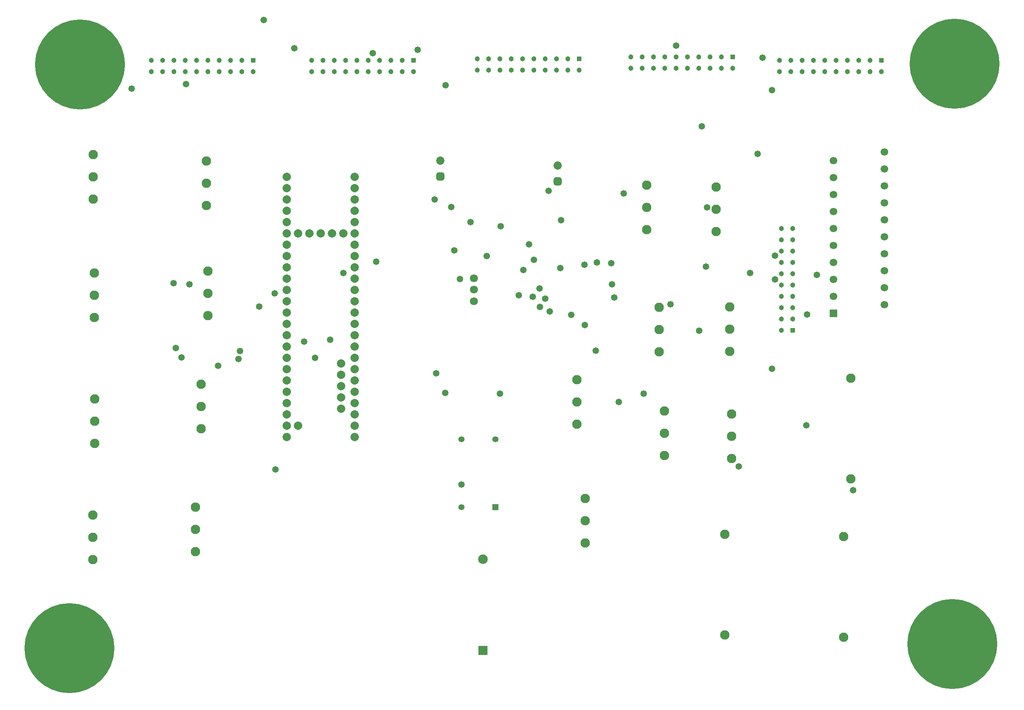
<source format=gbs>
G04*
G04 #@! TF.GenerationSoftware,Altium Limited,Altium Designer,25.8.1 (18)*
G04*
G04 Layer_Color=16711935*
%FSLAX44Y44*%
%MOMM*%
G71*
G04*
G04 #@! TF.SameCoordinates,B6236AAD-9B2A-438F-8993-29755F72C1A3*
G04*
G04*
G04 #@! TF.FilePolarity,Negative*
G04*
G01*
G75*
%ADD27C,1.3612*%
%ADD28R,1.3612X1.3612*%
%ADD29R,1.1350X1.1350*%
%ADD30C,1.1350*%
%ADD31C,1.8682*%
%ADD32C,2.1450*%
%ADD33C,2.1032*%
%ADD34C,1.7000*%
%ADD35C,1.8032*%
G04:AMPARAMS|DCode=36|XSize=1.8532mm|YSize=1.8532mm|CornerRadius=0.5141mm|HoleSize=0mm|Usage=FLASHONLY|Rotation=90.000|XOffset=0mm|YOffset=0mm|HoleType=Round|Shape=RoundedRectangle|*
%AMROUNDEDRECTD36*
21,1,1.8532,0.8250,0,0,90.0*
21,1,0.8250,1.8532,0,0,90.0*
1,1,1.0282,0.4125,0.4125*
1,1,1.0282,0.4125,-0.4125*
1,1,1.0282,-0.4125,-0.4125*
1,1,1.0282,-0.4125,0.4125*
%
%ADD36ROUNDEDRECTD36*%
%ADD37R,1.7000X1.7000*%
%ADD38R,2.1450X2.1450*%
%ADD39C,1.8532*%
%ADD40R,1.1350X1.1350*%
%ADD41C,1.4732*%
%ADD42C,20.2032*%
D27*
X1024890Y450850D02*
D03*
Y603250D02*
D03*
X1101090D02*
D03*
D28*
Y450850D02*
D03*
D29*
X1967230Y1454150D02*
D03*
X916940D02*
D03*
X557530D02*
D03*
X1289050Y1457960D02*
D03*
X1633220Y1461770D02*
D03*
D30*
X1941830Y1454150D02*
D03*
X1916430D02*
D03*
X1891030D02*
D03*
X1865630D02*
D03*
X1840230D02*
D03*
X1814830D02*
D03*
X1738630D02*
D03*
X1967230Y1428750D02*
D03*
X1941830D02*
D03*
X1916430D02*
D03*
X1891030D02*
D03*
X1865630D02*
D03*
X1840230D02*
D03*
X1814830D02*
D03*
X1789430D02*
D03*
X1764030D02*
D03*
X1738630D02*
D03*
X1789430Y1454150D02*
D03*
X1764030D02*
D03*
X688340Y1428750D02*
D03*
X713740D02*
D03*
X739140D02*
D03*
X764540D02*
D03*
X789940D02*
D03*
X815340D02*
D03*
X840740D02*
D03*
X866140D02*
D03*
X891540D02*
D03*
X916940D02*
D03*
X688340Y1454150D02*
D03*
X713740D02*
D03*
X739140D02*
D03*
X764540D02*
D03*
X789940D02*
D03*
X815340D02*
D03*
X840740D02*
D03*
X866140D02*
D03*
X891540D02*
D03*
X328930Y1428750D02*
D03*
X354330D02*
D03*
X379730D02*
D03*
X405130D02*
D03*
X430530D02*
D03*
X455930D02*
D03*
X481330D02*
D03*
X506730D02*
D03*
X532130D02*
D03*
X557530D02*
D03*
X328930Y1454150D02*
D03*
X354330D02*
D03*
X379730D02*
D03*
X405130D02*
D03*
X430530D02*
D03*
X455930D02*
D03*
X481330D02*
D03*
X506730D02*
D03*
X532130D02*
D03*
X1060450Y1432560D02*
D03*
X1085850D02*
D03*
X1111250D02*
D03*
X1136650D02*
D03*
X1162050D02*
D03*
X1187450D02*
D03*
X1212850D02*
D03*
X1238250D02*
D03*
X1263650D02*
D03*
X1289050D02*
D03*
X1060450Y1457960D02*
D03*
X1085850D02*
D03*
X1111250D02*
D03*
X1136650D02*
D03*
X1162050D02*
D03*
X1187450D02*
D03*
X1212850D02*
D03*
X1238250D02*
D03*
X1263650D02*
D03*
X1742440Y1076960D02*
D03*
Y1051560D02*
D03*
Y1026160D02*
D03*
Y1000760D02*
D03*
Y975360D02*
D03*
Y949960D02*
D03*
Y924560D02*
D03*
Y899160D02*
D03*
Y873760D02*
D03*
Y848360D02*
D03*
X1767840Y1076960D02*
D03*
Y1051560D02*
D03*
Y1026160D02*
D03*
Y1000760D02*
D03*
Y975360D02*
D03*
Y949960D02*
D03*
Y924560D02*
D03*
Y899160D02*
D03*
Y873760D02*
D03*
X1404620Y1436370D02*
D03*
X1430020D02*
D03*
X1455420D02*
D03*
X1480820D02*
D03*
X1506220D02*
D03*
X1531620D02*
D03*
X1557020D02*
D03*
X1582420D02*
D03*
X1607820D02*
D03*
X1633220D02*
D03*
X1404620Y1461770D02*
D03*
X1430020D02*
D03*
X1455420D02*
D03*
X1480820D02*
D03*
X1506220D02*
D03*
X1531620D02*
D03*
X1557020D02*
D03*
X1582420D02*
D03*
X1607820D02*
D03*
D31*
X657860Y1065530D02*
D03*
X683260D02*
D03*
X759460D02*
D03*
X754360Y697230D02*
D03*
X632460Y989330D02*
D03*
X754360Y671830D02*
D03*
X632460Y608330D02*
D03*
X754360Y722630D02*
D03*
X784860Y633730D02*
D03*
Y963930D02*
D03*
X708660Y1065530D02*
D03*
X754360Y773430D02*
D03*
Y748030D02*
D03*
X632460Y963930D02*
D03*
X784860Y608330D02*
D03*
X632460Y633730D02*
D03*
X657860D02*
D03*
X632460Y659130D02*
D03*
X734060Y1065530D02*
D03*
X632460Y1014730D02*
D03*
Y1040130D02*
D03*
Y1065530D02*
D03*
Y1090930D02*
D03*
Y1116330D02*
D03*
Y1141730D02*
D03*
Y1167130D02*
D03*
Y1192530D02*
D03*
X784860D02*
D03*
Y1167130D02*
D03*
Y1141730D02*
D03*
Y1116330D02*
D03*
Y1090930D02*
D03*
Y1065530D02*
D03*
Y1040130D02*
D03*
Y1014730D02*
D03*
Y989330D02*
D03*
X632460Y684530D02*
D03*
Y709930D02*
D03*
Y735330D02*
D03*
Y760730D02*
D03*
Y786130D02*
D03*
Y811530D02*
D03*
Y836930D02*
D03*
Y862330D02*
D03*
Y887730D02*
D03*
Y913130D02*
D03*
Y938530D02*
D03*
X784860D02*
D03*
Y913130D02*
D03*
Y887730D02*
D03*
Y862330D02*
D03*
Y836930D02*
D03*
Y811530D02*
D03*
Y786130D02*
D03*
Y760730D02*
D03*
Y735330D02*
D03*
Y709930D02*
D03*
Y684530D02*
D03*
Y659130D02*
D03*
D32*
X1073150Y333930D02*
D03*
D33*
X440690Y677380D02*
D03*
X452120Y1128560D02*
D03*
X198120Y1142530D02*
D03*
X455930Y880910D02*
D03*
X200660Y877100D02*
D03*
X440690Y627380D02*
D03*
X201390Y593890D02*
D03*
X427450Y351320D02*
D03*
X197580Y333540D02*
D03*
X1882140Y158780D02*
D03*
Y384780D02*
D03*
X198120Y1242530D02*
D03*
X452120Y1228560D02*
D03*
X455930Y980910D02*
D03*
X200660Y977100D02*
D03*
X440690Y727380D02*
D03*
X201390Y693890D02*
D03*
X427450Y451320D02*
D03*
X197580Y433540D02*
D03*
X1615440Y389860D02*
D03*
Y163860D02*
D03*
X1898080Y740780D02*
D03*
Y514780D02*
D03*
X1596390Y1170140D02*
D03*
Y1120140D02*
D03*
Y1070140D02*
D03*
X1626330Y900900D02*
D03*
Y850900D02*
D03*
Y800900D02*
D03*
X1480280Y667220D02*
D03*
Y617220D02*
D03*
Y567220D02*
D03*
X1630680Y660070D02*
D03*
Y610070D02*
D03*
Y560070D02*
D03*
X1440180Y1173950D02*
D03*
Y1123950D02*
D03*
Y1073950D02*
D03*
X1468120Y900100D02*
D03*
Y850100D02*
D03*
Y800100D02*
D03*
X1283970Y737070D02*
D03*
Y687070D02*
D03*
Y637070D02*
D03*
X1302480Y470370D02*
D03*
Y420370D02*
D03*
Y370370D02*
D03*
X452120Y1178560D02*
D03*
X455930Y930910D02*
D03*
X427450Y401320D02*
D03*
X200660Y927100D02*
D03*
X201390Y643890D02*
D03*
X197580Y383540D02*
D03*
X198120Y1192530D02*
D03*
D34*
X1859280Y962660D02*
D03*
Y1115060D02*
D03*
Y924560D02*
D03*
X1973280Y1248360D02*
D03*
Y1210260D02*
D03*
Y1172160D02*
D03*
Y1134060D02*
D03*
Y1095960D02*
D03*
Y1057860D02*
D03*
Y1019760D02*
D03*
Y981660D02*
D03*
Y943560D02*
D03*
Y905460D02*
D03*
X1859280Y1229360D02*
D03*
Y1191260D02*
D03*
Y1153160D02*
D03*
Y1076960D02*
D03*
Y1038860D02*
D03*
Y1000760D02*
D03*
D35*
X1052830Y964800D02*
D03*
Y913800D02*
D03*
Y939800D02*
D03*
D36*
X1240790Y1182930D02*
D03*
X976860Y1194080D02*
D03*
D37*
X1859280Y886460D02*
D03*
D38*
X1073150Y129030D02*
D03*
D39*
X1240790Y1217930D02*
D03*
X976860Y1229080D02*
D03*
D40*
X1767840Y848360D02*
D03*
D41*
X1727962Y1016254D02*
D03*
X1008126Y1027938D02*
D03*
X1800352Y883802D02*
D03*
X1727962Y962660D02*
D03*
X1246160Y988314D02*
D03*
X988060Y707390D02*
D03*
X1721612Y1387602D02*
D03*
X1153160Y926864D02*
D03*
X989076Y1398270D02*
D03*
X1903476Y488950D02*
D03*
X1021334Y963676D02*
D03*
X1024890Y501720D02*
D03*
X1184910Y923703D02*
D03*
X1186942Y1006204D02*
D03*
X1672336Y976884D02*
D03*
X1573022Y991108D02*
D03*
X1163320Y983852D02*
D03*
X1300480Y995680D02*
D03*
X759206Y976630D02*
D03*
X1110742Y705866D02*
D03*
X1433068D02*
D03*
X1558290Y847090D02*
D03*
X414020Y951230D02*
D03*
X1689354Y1244092D02*
D03*
X383540Y808482D02*
D03*
X695960Y786130D02*
D03*
X1721612Y761746D02*
D03*
X1822450Y973074D02*
D03*
X1377950Y687070D02*
D03*
X1646428Y542346D02*
D03*
X1700276Y1460246D02*
D03*
X1271270Y882650D02*
D03*
X1176020Y1041488D02*
D03*
X1301750Y860260D02*
D03*
X1222756Y890198D02*
D03*
X1493774Y906272D02*
D03*
X1200150Y942340D02*
D03*
X606806Y535940D02*
D03*
X284226Y1390650D02*
D03*
X605536Y930910D02*
D03*
X478536Y768604D02*
D03*
X1248410Y1095756D02*
D03*
X1220470Y1161542D02*
D03*
X1200703Y900358D02*
D03*
X1212735Y919365D02*
D03*
X967740Y751586D02*
D03*
X825508Y1470406D02*
D03*
X1367790Y922020D02*
D03*
X1360932Y999236D02*
D03*
X1362300Y951230D02*
D03*
X832866Y1002030D02*
D03*
X1328166Y1000976D02*
D03*
X1081024Y1014730D02*
D03*
X964692Y1141730D02*
D03*
X396240Y787654D02*
D03*
X406400Y1400810D02*
D03*
X527304Y801878D02*
D03*
X524256Y784098D02*
D03*
X570992Y901192D02*
D03*
X730250Y826770D02*
D03*
X378460Y953770D02*
D03*
X1325626Y802132D02*
D03*
X926592Y1478026D02*
D03*
X1798320Y635000D02*
D03*
X671068Y822960D02*
D03*
X1575816Y1123950D02*
D03*
X1112520Y1082294D02*
D03*
X1044702Y1090930D02*
D03*
X1001268Y1125220D02*
D03*
X1564132Y1306068D02*
D03*
X649675Y1481582D02*
D03*
X1506220Y1487170D02*
D03*
X581152Y1545082D02*
D03*
X1388872Y1155954D02*
D03*
D42*
X168910Y1445260D02*
D03*
X2125980Y143510D02*
D03*
X2131060Y1446530D02*
D03*
X144780Y134620D02*
D03*
M02*

</source>
